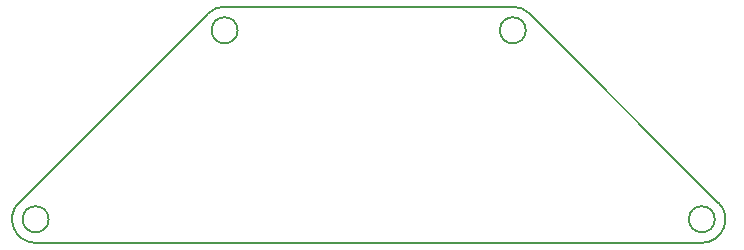
<source format=gbr>
%TF.GenerationSoftware,KiCad,Pcbnew,7.0.9*%
%TF.CreationDate,2024-06-22T15:00:00+09:00*%
%TF.ProjectId,PSU,5053552e-6b69-4636-9164-5f7063625858,rev?*%
%TF.SameCoordinates,Original*%
%TF.FileFunction,Profile,NP*%
%FSLAX46Y46*%
G04 Gerber Fmt 4.6, Leading zero omitted, Abs format (unit mm)*
G04 Created by KiCad (PCBNEW 7.0.9) date 2024-06-22 15:00:00*
%MOMM*%
%LPD*%
G01*
G04 APERTURE LIST*
%TA.AperFunction,Profile*%
%ADD10C,0.200000*%
%TD*%
G04 APERTURE END LIST*
D10*
X181701011Y-96774000D02*
G75*
G03*
X181701011Y-96774000I-1100000J0D01*
G01*
X122784781Y-95359792D02*
G75*
G03*
X124198989Y-98774000I1414219J-1414208D01*
G01*
X182015225Y-95359786D02*
X166015224Y-79359785D01*
X164601010Y-78773999D02*
X140198990Y-78773999D01*
X180601011Y-98774008D02*
G75*
G03*
X182015225Y-95359786I-11J2000008D01*
G01*
X166015219Y-79359790D02*
G75*
G03*
X164601010Y-78773999I-1414219J-1414210D01*
G01*
X140198990Y-78773992D02*
G75*
G03*
X138784776Y-79359785I10J-2000008D01*
G01*
X138784776Y-79359785D02*
X122784775Y-95359786D01*
X165701010Y-80773999D02*
G75*
G03*
X165701010Y-80773999I-1100000J0D01*
G01*
X125298989Y-96774000D02*
G75*
G03*
X125298989Y-96774000I-1100000J0D01*
G01*
X124198989Y-98774000D02*
X180601011Y-98774000D01*
X141298990Y-80773999D02*
G75*
G03*
X141298990Y-80773999I-1100000J0D01*
G01*
M02*

</source>
